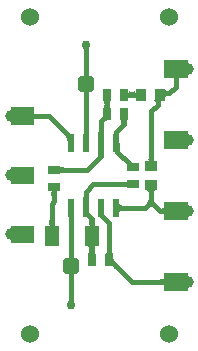
<source format=gtl>
G04*
G04 #@! TF.GenerationSoftware,Altium Limited,Altium Designer,22.4.2 (48)*
G04*
G04 Layer_Physical_Order=1*
G04 Layer_Color=255*
%FSLAX44Y44*%
%MOMM*%
G71*
G04*
G04 #@! TF.SameCoordinates,75CB8345-09F5-4D96-8CD2-F517BF26F09A*
G04*
G04*
G04 #@! TF.FilePolarity,Positive*
G04*
G01*
G75*
%ADD12R,1.1500X1.8000*%
%ADD13R,1.0000X0.9500*%
%ADD14R,0.6000X1.5000*%
%ADD15R,1.0000X0.7500*%
G04:AMPARAMS|DCode=16|XSize=1.4mm|YSize=1.4mm|CornerRadius=0.35mm|HoleSize=0mm|Usage=FLASHONLY|Rotation=0.000|XOffset=0mm|YOffset=0mm|HoleType=Round|Shape=RoundedRectangle|*
%AMROUNDEDRECTD16*
21,1,1.4000,0.7000,0,0,0.0*
21,1,0.7000,1.4000,0,0,0.0*
1,1,0.7000,0.3500,-0.3500*
1,1,0.7000,-0.3500,-0.3500*
1,1,0.7000,-0.3500,0.3500*
1,1,0.7000,0.3500,0.3500*
%
%ADD16ROUNDEDRECTD16*%
%ADD17R,0.7500X1.0000*%
%ADD18R,0.9500X1.0000*%
%ADD30C,0.3810*%
%ADD31C,1.0000*%
%ADD32C,0.7000*%
%ADD33C,1.5240*%
%ADD34C,0.3810*%
%ADD35C,0.7620*%
G36*
X150000Y232500D02*
X130000D01*
Y247500D01*
X150000D01*
Y232500D01*
D02*
G37*
G36*
X105421Y214630D02*
X105382Y214992D01*
X105267Y215316D01*
X105075Y215602D01*
X104806Y215849D01*
X104461Y216059D01*
X104038Y216230D01*
X103539Y216364D01*
X102963Y216459D01*
X102755Y216477D01*
X102547Y216459D01*
X101971Y216364D01*
X101472Y216230D01*
X101049Y216059D01*
X100703Y215849D01*
X100435Y215602D01*
X100243Y215316D01*
X100127Y214992D01*
X100089Y214630D01*
Y222250D01*
X100127Y221888D01*
X100243Y221564D01*
X100435Y221278D01*
X100703Y221031D01*
X101049Y220821D01*
X101472Y220650D01*
X101971Y220516D01*
X102547Y220421D01*
X102755Y220403D01*
X102963Y220421D01*
X103539Y220516D01*
X104038Y220650D01*
X104461Y220821D01*
X104806Y221031D01*
X105075Y221278D01*
X105267Y221564D01*
X105382Y221888D01*
X105421Y222250D01*
Y214630D01*
D02*
G37*
G36*
X130835Y222641D02*
X130941Y222368D01*
X131118Y222126D01*
X131366Y221917D01*
X131685Y221740D01*
X132075Y221595D01*
X132536Y221483D01*
X133067Y221402D01*
X133670Y221354D01*
X134343Y221338D01*
Y217528D01*
X133670Y217512D01*
X133067Y217464D01*
X132536Y217383D01*
X132075Y217271D01*
X131685Y217126D01*
X131366Y216949D01*
X131118Y216740D01*
X130941Y216499D01*
X130835Y216225D01*
X130799Y215919D01*
Y222947D01*
X130835Y222641D01*
D02*
G37*
G36*
X128075Y213464D02*
X127801Y213357D01*
X127560Y213179D01*
X127351Y212931D01*
X127174Y212611D01*
X127029Y212222D01*
X126917Y211761D01*
X126836Y211231D01*
X126788Y210629D01*
X126772Y209957D01*
X122962D01*
X122946Y210624D01*
X122899Y211222D01*
X122820Y211749D01*
X122710Y212206D01*
X122569Y212592D01*
X122396Y212908D01*
X122192Y213154D01*
X121956Y213330D01*
X121689Y213435D01*
X121390Y213470D01*
X128380Y213501D01*
X128075Y213464D01*
D02*
G37*
G36*
X84775Y213432D02*
X84466Y213318D01*
X84194Y213128D01*
X83958Y212861D01*
X83759Y212518D01*
X83595Y212099D01*
X83468Y211604D01*
X83378Y211032D01*
X83323Y210384D01*
X83318Y210185D01*
X83323Y209986D01*
X83378Y209338D01*
X83468Y208766D01*
X83595Y208271D01*
X83759Y207852D01*
X83958Y207509D01*
X84194Y207242D01*
X84466Y207052D01*
X84775Y206938D01*
X85119Y206900D01*
X77681D01*
X78025Y206938D01*
X78334Y207052D01*
X78606Y207242D01*
X78842Y207509D01*
X79041Y207852D01*
X79205Y208271D01*
X79332Y208766D01*
X79422Y209338D01*
X79477Y209986D01*
X79482Y210185D01*
X79477Y210384D01*
X79422Y211032D01*
X79332Y211604D01*
X79205Y212099D01*
X79041Y212518D01*
X78842Y212861D01*
X78606Y213128D01*
X78334Y213318D01*
X78025Y213432D01*
X77681Y213470D01*
X85119D01*
X84775Y213432D01*
D02*
G37*
G36*
X98866Y196925D02*
X98594Y196820D01*
X98354Y196645D01*
X98145Y196399D01*
X97969Y196084D01*
X97825Y195698D01*
X97713Y195242D01*
X97633Y194716D01*
X97585Y194120D01*
X97569Y193454D01*
X93759D01*
X93748Y194120D01*
X93662Y195242D01*
X93586Y195698D01*
X93489Y196084D01*
X93371Y196399D01*
X93230Y196645D01*
X93069Y196820D01*
X92885Y196925D01*
X92681Y196961D01*
X99171D01*
X98866Y196925D01*
D02*
G37*
G36*
X20000Y192500D02*
X0D01*
Y207500D01*
X20000D01*
Y192500D01*
D02*
G37*
G36*
X78266Y188056D02*
X78351Y186836D01*
X78425Y186341D01*
X78521Y185922D01*
X78638Y185579D01*
X78777Y185312D01*
X78936Y185122D01*
X79117Y185008D01*
X79320Y184970D01*
X73380D01*
X73583Y185008D01*
X73764Y185122D01*
X73923Y185312D01*
X74062Y185579D01*
X74179Y185922D01*
X74275Y186341D01*
X74349Y186836D01*
X74402Y187408D01*
X74445Y188780D01*
X78255D01*
X78266Y188056D01*
D02*
G37*
G36*
X91229Y186699D02*
X91312Y185287D01*
X91343Y185135D01*
X91378Y185026D01*
X91419Y184961D01*
X91464Y184939D01*
X87179D01*
X87225Y184961D01*
X87265Y185026D01*
X87300Y185135D01*
X87331Y185287D01*
X87357Y185482D01*
X87395Y186004D01*
X87417Y187112D01*
X91227D01*
X91229Y186699D01*
D02*
G37*
G36*
X48249Y186882D02*
X49686Y185658D01*
X50314Y185216D01*
X50883Y184887D01*
X51392Y184671D01*
X51841Y184569D01*
X52230Y184579D01*
X52559Y184702D01*
X52829Y184939D01*
X48011Y179041D01*
X48186Y179373D01*
X48231Y179780D01*
X48148Y180263D01*
X47934Y180823D01*
X47592Y181458D01*
X47120Y182170D01*
X46519Y182957D01*
X44929Y184761D01*
X43939Y185777D01*
X47441Y187664D01*
X48249Y186882D01*
D02*
G37*
G36*
X150000Y172500D02*
X130000D01*
Y187500D01*
X150000D01*
Y172500D01*
D02*
G37*
G36*
X79089Y169994D02*
X78882Y169884D01*
X78700Y169701D01*
X78542Y169445D01*
X78409Y169115D01*
X78299Y168713D01*
X78214Y168237D01*
X78154Y167688D01*
X78105Y166370D01*
X74295D01*
X74286Y167066D01*
X74149Y168713D01*
X74066Y169115D01*
X73966Y169445D01*
X73847Y169701D01*
X73710Y169884D01*
X73554Y169994D01*
X73380Y170030D01*
X79320D01*
X79089Y169994D01*
D02*
G37*
G36*
X120924Y165800D02*
X120981Y165147D01*
X121076Y164571D01*
X121210Y164072D01*
X121381Y163649D01*
X121591Y163304D01*
X121838Y163035D01*
X122124Y162843D01*
X122448Y162728D01*
X122810Y162689D01*
X115190D01*
X115552Y162728D01*
X115876Y162843D01*
X116161Y163035D01*
X116409Y163304D01*
X116619Y163649D01*
X116790Y164072D01*
X116924Y164571D01*
X117019Y165147D01*
X117076Y165800D01*
X117095Y166530D01*
X120905D01*
X120924Y165800D01*
D02*
G37*
G36*
X41508Y158195D02*
X41622Y157886D01*
X41812Y157614D01*
X42079Y157378D01*
X42422Y157179D01*
X42841Y157015D01*
X43336Y156888D01*
X43908Y156798D01*
X44556Y156743D01*
X45279Y156725D01*
Y152915D01*
X44556Y152897D01*
X43908Y152842D01*
X43336Y152752D01*
X42841Y152625D01*
X42422Y152461D01*
X42079Y152262D01*
X41812Y152026D01*
X41622Y151754D01*
X41508Y151445D01*
X41469Y151101D01*
Y158539D01*
X41508Y158195D01*
D02*
G37*
G36*
X20000Y142500D02*
X0D01*
Y157500D01*
X20000D01*
Y142500D01*
D02*
G37*
G36*
X99031Y138640D02*
X98992Y138985D01*
X98878Y139294D01*
X98688Y139566D01*
X98421Y139802D01*
X98078Y140001D01*
X97659Y140165D01*
X97164Y140292D01*
X96592Y140382D01*
X95944Y140437D01*
X95220Y140455D01*
Y144265D01*
X95944Y144283D01*
X96592Y144338D01*
X97164Y144428D01*
X97659Y144555D01*
X98078Y144719D01*
X98421Y144918D01*
X98688Y145154D01*
X98878Y145426D01*
X98992Y145735D01*
X99031Y146080D01*
Y138640D01*
D02*
G37*
G36*
X122448Y137273D02*
X122124Y137157D01*
X121838Y136965D01*
X121591Y136697D01*
X121381Y136351D01*
X121210Y135928D01*
X121076Y135429D01*
X120981Y134853D01*
X120924Y134200D01*
X120905Y133470D01*
X117095D01*
X117076Y134200D01*
X117019Y134853D01*
X116924Y135429D01*
X116790Y135928D01*
X116619Y136351D01*
X116409Y136697D01*
X116161Y136965D01*
X115876Y137157D01*
X115552Y137273D01*
X115190Y137311D01*
X122810D01*
X122448Y137273D01*
D02*
G37*
G36*
X39948Y136093D02*
X39624Y135977D01*
X39339Y135785D01*
X39091Y135517D01*
X38881Y135171D01*
X38710Y134748D01*
X38577Y134249D01*
X38481Y133673D01*
X38424Y133020D01*
X38405Y132290D01*
X34595D01*
X34576Y133020D01*
X34519Y133673D01*
X34424Y134249D01*
X34290Y134748D01*
X34119Y135171D01*
X33909Y135517D01*
X33662Y135785D01*
X33376Y135977D01*
X33052Y136093D01*
X32690Y136131D01*
X40310D01*
X39948Y136093D01*
D02*
G37*
G36*
X65566Y133056D02*
X65651Y131836D01*
X65725Y131341D01*
X65821Y130922D01*
X65938Y130579D01*
X66077Y130312D01*
X66236Y130122D01*
X66417Y130008D01*
X66620Y129970D01*
X60680D01*
X60883Y130008D01*
X61064Y130122D01*
X61223Y130312D01*
X61362Y130579D01*
X61479Y130922D01*
X61575Y131341D01*
X61649Y131836D01*
X61702Y132408D01*
X61745Y133779D01*
X65555D01*
X65566Y133056D01*
D02*
G37*
G36*
X120932Y131228D02*
X121013Y130500D01*
X121147Y129794D01*
X121336Y129110D01*
X121579Y128448D01*
X121875Y127809D01*
X122225Y127192D01*
X122629Y126597D01*
X123087Y126025D01*
X123599Y125475D01*
X121694Y121992D01*
X121155Y122477D01*
X120616Y122854D01*
X120078Y123123D01*
X119539Y123285D01*
X119000Y123339D01*
X118461Y123285D01*
X117922Y123123D01*
X117383Y122854D01*
X116845Y122477D01*
X116306Y121992D01*
X114401Y125475D01*
X114913Y126025D01*
X115371Y126597D01*
X115775Y127192D01*
X116125Y127809D01*
X116421Y128448D01*
X116664Y129110D01*
X116853Y129794D01*
X116987Y130500D01*
X117068Y131228D01*
X117095Y131979D01*
X120905D01*
X120932Y131228D01*
D02*
G37*
G36*
X92028Y125948D02*
X92143Y125624D01*
X92335Y125338D01*
X92604Y125091D01*
X92949Y124881D01*
X93372Y124710D01*
X93871Y124576D01*
X94447Y124481D01*
X95100Y124424D01*
X95829Y124405D01*
Y120595D01*
X95100Y120576D01*
X94447Y120519D01*
X93871Y120423D01*
X93372Y120290D01*
X92949Y120119D01*
X92604Y119909D01*
X92335Y119662D01*
X92143Y119376D01*
X92028Y119052D01*
X91989Y118690D01*
Y126310D01*
X92028Y125948D01*
D02*
G37*
G36*
X150000Y112500D02*
X130000D01*
Y119762D01*
X126785Y121905D01*
X127509Y121936D01*
X128157Y122029D01*
X128728Y122184D01*
X129223Y122400D01*
X129642Y122679D01*
X129985Y123019D01*
X130000Y123041D01*
Y127500D01*
X150000D01*
Y112500D01*
D02*
G37*
G36*
X79059Y118857D02*
X78916Y118542D01*
X78891Y118163D01*
X78984Y117720D01*
X79194Y117213D01*
X79523Y116642D01*
X79969Y116008D01*
X80533Y115309D01*
X82014Y113721D01*
X78010Y112336D01*
X77478Y112848D01*
X76461Y113710D01*
X75976Y114061D01*
X75505Y114357D01*
X75050Y114599D01*
X74610Y114788D01*
X74185Y114923D01*
X73775Y115003D01*
X73380Y115030D01*
X79320Y119109D01*
X79059Y118857D01*
D02*
G37*
G36*
X66536Y118802D02*
X66531Y118598D01*
X66604Y118341D01*
X66756Y118030D01*
X66986Y117664D01*
X67295Y117245D01*
X68147Y116246D01*
X69314Y115030D01*
X66620Y112336D01*
X65985Y112959D01*
X63986Y114664D01*
X63620Y114894D01*
X63309Y115046D01*
X63052Y115119D01*
X62848Y115114D01*
X62699Y115030D01*
X66620Y118952D01*
X66536Y118802D01*
D02*
G37*
G36*
X70504Y111110D02*
X70561Y110457D01*
X70656Y109881D01*
X70790Y109382D01*
X70961Y108959D01*
X71171Y108614D01*
X71418Y108345D01*
X71704Y108153D01*
X72028Y108037D01*
X72390Y107999D01*
X64770D01*
X65132Y108037D01*
X65456Y108153D01*
X65742Y108345D01*
X65989Y108614D01*
X66199Y108959D01*
X66370Y109382D01*
X66504Y109881D01*
X66599Y110457D01*
X66656Y111110D01*
X66675Y111840D01*
X70485D01*
X70504Y111110D01*
D02*
G37*
G36*
X36574D02*
X36631Y110457D01*
X36727Y109881D01*
X36860Y109382D01*
X37031Y108959D01*
X37241Y108614D01*
X37489Y108345D01*
X37774Y108153D01*
X38098Y108037D01*
X38460Y107999D01*
X30840D01*
X31202Y108037D01*
X31526Y108153D01*
X31812Y108345D01*
X32059Y108614D01*
X32269Y108959D01*
X32440Y109382D01*
X32574Y109881D01*
X32669Y110457D01*
X32726Y111110D01*
X32745Y111840D01*
X36555D01*
X36574Y111110D01*
D02*
G37*
G36*
X20000Y92500D02*
X0D01*
Y107500D01*
X20000D01*
Y92500D01*
D02*
G37*
G36*
X85573Y86796D02*
X85628Y86148D01*
X85718Y85576D01*
X85845Y85081D01*
X86009Y84662D01*
X86208Y84319D01*
X86444Y84052D01*
X86716Y83862D01*
X87025Y83748D01*
X87369Y83709D01*
X79931D01*
X80275Y83748D01*
X80584Y83862D01*
X80856Y84052D01*
X81092Y84319D01*
X81291Y84662D01*
X81455Y85081D01*
X81582Y85576D01*
X81672Y86148D01*
X81727Y86796D01*
X81745Y87520D01*
X85555D01*
X85573Y86796D01*
D02*
G37*
G36*
X72098Y90052D02*
X71774Y89938D01*
X71488Y89748D01*
X71241Y89481D01*
X71031Y89138D01*
X70860Y88719D01*
X70726Y88224D01*
X70631Y87652D01*
X70574Y87004D01*
X70571Y86885D01*
X70573Y86796D01*
X70628Y86148D01*
X70718Y85576D01*
X70845Y85081D01*
X71009Y84662D01*
X71208Y84319D01*
X71444Y84052D01*
X71716Y83862D01*
X72025Y83748D01*
X72369Y83709D01*
X64931D01*
X65275Y83748D01*
X65584Y83862D01*
X65856Y84052D01*
X66092Y84319D01*
X66291Y84662D01*
X66455Y85081D01*
X66582Y85576D01*
X66672Y86148D01*
X66727Y86796D01*
X66729Y86885D01*
X66726Y87004D01*
X66669Y87652D01*
X66574Y88224D01*
X66440Y88719D01*
X66269Y89138D01*
X66059Y89481D01*
X65812Y89748D01*
X65526Y89938D01*
X65202Y90052D01*
X64840Y90091D01*
X72460D01*
X72098Y90052D01*
D02*
G37*
G36*
X87196Y80046D02*
X87175Y79614D01*
X87277Y79113D01*
X87500Y78543D01*
X87846Y77904D01*
X88315Y77196D01*
X88905Y76418D01*
X90453Y74658D01*
X91411Y73673D01*
X88619Y71076D01*
X87780Y71890D01*
X86300Y73156D01*
X85661Y73608D01*
X85089Y73941D01*
X84584Y74153D01*
X84145Y74246D01*
X83774Y74218D01*
X83469Y74069D01*
X83231Y73801D01*
X87339Y80409D01*
X87196Y80046D01*
D02*
G37*
G36*
X150000Y52500D02*
X130000D01*
Y56959D01*
X129985Y56981D01*
X129642Y57321D01*
X129223Y57600D01*
X128728Y57816D01*
X128157Y57971D01*
X127509Y58064D01*
X126785Y58095D01*
Y61905D01*
X127509Y61936D01*
X128157Y62029D01*
X128728Y62184D01*
X129223Y62400D01*
X129642Y62679D01*
X129985Y63019D01*
X130000Y63041D01*
Y67500D01*
X150000D01*
Y52500D01*
D02*
G37*
D12*
X34650Y99060D02*
D03*
X68650D02*
D03*
D13*
X119000Y142000D02*
D03*
Y158000D02*
D03*
D14*
X50950Y122500D02*
D03*
X63650D02*
D03*
X76350D02*
D03*
X89050D02*
D03*
X50950Y177500D02*
D03*
X63650D02*
D03*
X76350D02*
D03*
X89050D02*
D03*
D15*
X36500Y139820D02*
D03*
Y154820D02*
D03*
X104000Y142360D02*
D03*
Y157360D02*
D03*
D16*
X50950Y73000D02*
D03*
X63650Y227000D02*
D03*
D17*
X68650Y78740D02*
D03*
X83650D02*
D03*
X81400Y218440D02*
D03*
X96400D02*
D03*
Y201930D02*
D03*
X81400D02*
D03*
D18*
X126110Y218440D02*
D03*
X110110D02*
D03*
D30*
X90145Y170123D02*
Y176405D01*
X100905Y159205D02*
Y159362D01*
X102750Y157360D02*
X104000D01*
X89050Y177500D02*
X90145Y176405D01*
X100905Y159205D02*
X102750Y157360D01*
X90145Y170123D02*
X100905Y159362D01*
X50950Y73000D02*
Y122500D01*
Y40000D02*
Y73000D01*
X63650Y177500D02*
Y227000D01*
Y260000D01*
X119000Y158000D02*
Y204090D01*
X124867Y209957D02*
Y217197D01*
X127103Y219433D01*
X119000Y204090D02*
X124867Y209957D01*
X127103Y219433D02*
X134343D01*
X140000Y225090D02*
Y235000D01*
X134343Y219433D02*
X140000Y225090D01*
X96400Y218440D02*
X110110D01*
X81400Y201930D02*
Y218440D01*
X89322Y187112D02*
X95664Y193454D01*
X89322Y177771D02*
Y187112D01*
X95664Y193454D02*
Y201194D01*
X96400Y201930D01*
X89050Y177500D02*
X89322Y177771D01*
X76200Y166370D02*
Y177500D01*
X76350D02*
Y195630D01*
X81400Y200680D01*
Y201930D01*
X50800Y177284D02*
Y182150D01*
X17500Y195000D02*
Y200274D01*
X32136D02*
X49315Y183095D01*
X17500Y200274D02*
X32136D01*
X132500Y120000D02*
X150000D01*
X126380D02*
X132500D01*
Y125000D01*
Y60000D02*
X150000D01*
X102390D02*
X132500D01*
Y65000D01*
Y55000D02*
Y60000D01*
X290Y200660D02*
X17500D01*
Y205000D01*
X119000Y127380D02*
X126380Y120000D01*
X119000Y127380D02*
Y142000D01*
X114120Y122500D02*
X119000Y127380D01*
X89050Y122500D02*
X114120D01*
X49315Y183095D02*
X49855D01*
X50800Y182150D01*
X63650Y136040D02*
X69970Y142360D01*
X63650Y122500D02*
Y136040D01*
X76350Y116690D02*
Y122500D01*
X68650Y78740D02*
Y99060D01*
X68580Y99130D02*
X68650Y99060D01*
X63650Y118000D02*
X68580Y113070D01*
Y99130D02*
Y113070D01*
X63650Y118000D02*
Y122500D01*
X34650Y126090D02*
X36500Y127940D01*
Y139820D01*
X34650Y99060D02*
Y126090D01*
X38100Y154820D02*
X64650D01*
X76200Y166370D01*
X69970Y142360D02*
X104000D01*
X138780Y116840D02*
X139700D01*
X86745Y75645D02*
X102390Y60000D01*
X83650Y77490D02*
Y78740D01*
Y77490D02*
X85495Y75645D01*
X86745D01*
X76350Y116690D02*
X83650Y109390D01*
Y78740D02*
Y109390D01*
D31*
X150000Y60000D02*
D03*
Y120000D02*
D03*
X0Y100000D02*
D03*
Y150000D02*
D03*
X150000Y180000D02*
D03*
Y240000D02*
D03*
X0Y200000D02*
D03*
D32*
X50950Y73000D02*
D03*
X63650Y227000D02*
D03*
D33*
X134000Y284000D02*
D03*
X16000D02*
D03*
X134000Y16000D02*
D03*
X16000D02*
D03*
D34*
X140000Y115000D02*
D03*
Y245000D02*
D03*
X10000Y195000D02*
D03*
Y205000D02*
D03*
Y145000D02*
D03*
Y155000D02*
D03*
Y95000D02*
D03*
Y105000D02*
D03*
X140000Y65000D02*
D03*
Y55000D02*
D03*
Y125000D02*
D03*
Y185000D02*
D03*
Y175000D02*
D03*
Y235000D02*
D03*
D35*
X50950Y40000D02*
D03*
X63650Y260000D02*
D03*
M02*

</source>
